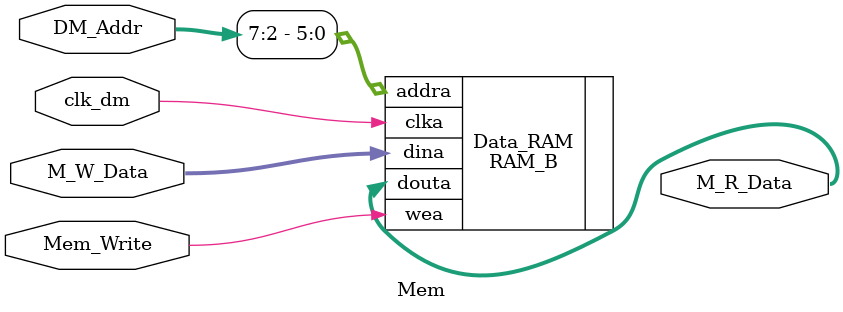
<source format=v>
`timescale 1ns / 1ps
module Mem(
input Mem_Write,
input [7:0]DM_Addr,
input [31:0]M_W_Data,
input clk_dm,
output [31:0]M_R_Data
    );
RAM_B Data_RAM(
.clka(clk_dm),
.wea(Mem_Write),
.addra(DM_Addr[7:2]),
.dina(M_W_Data),
.douta(M_R_Data)
);

endmodule


</source>
